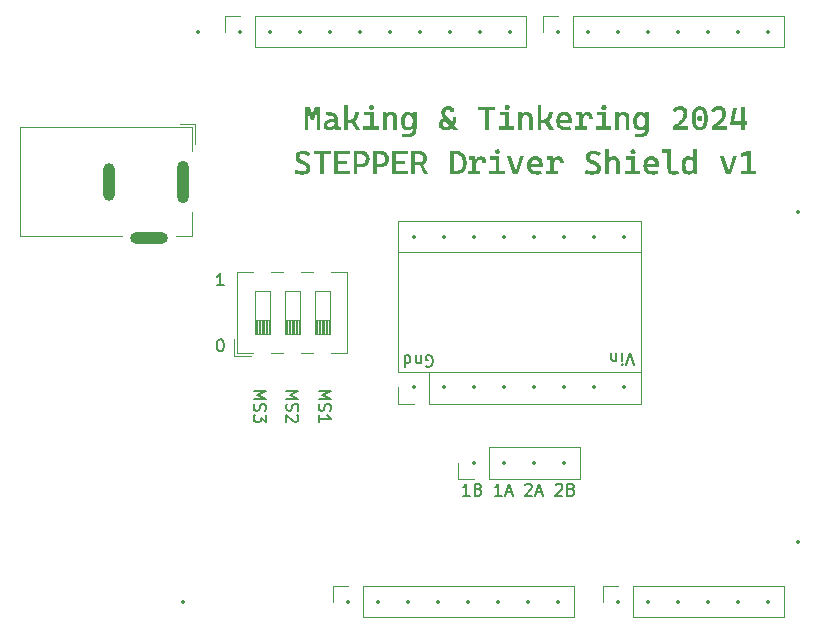
<source format=gto>
%TF.GenerationSoftware,KiCad,Pcbnew,8.0.3*%
%TF.CreationDate,2024-07-23T15:51:25+08:00*%
%TF.ProjectId,Arduino Uno A4988 Shield,41726475-696e-46f2-9055-6e6f20413439,rev?*%
%TF.SameCoordinates,Original*%
%TF.FileFunction,Legend,Top*%
%TF.FilePolarity,Positive*%
%FSLAX46Y46*%
G04 Gerber Fmt 4.6, Leading zero omitted, Abs format (unit mm)*
G04 Created by KiCad (PCBNEW 8.0.3) date 2024-07-23 15:51:25*
%MOMM*%
%LPD*%
G01*
G04 APERTURE LIST*
%ADD10C,0.150000*%
%ADD11C,0.300000*%
%ADD12C,0.120000*%
%ADD13C,0.350000*%
%ADD14O,1.000000X3.600000*%
%ADD15O,1.000000X3.200000*%
%ADD16O,3.200000X1.000000*%
G04 APERTURE END LIST*
D10*
X17037255Y24734431D02*
X17132493Y24734431D01*
X17132493Y24734431D02*
X17227731Y24686812D01*
X17227731Y24686812D02*
X17275350Y24639193D01*
X17275350Y24639193D02*
X17322969Y24543955D01*
X17322969Y24543955D02*
X17370588Y24353479D01*
X17370588Y24353479D02*
X17370588Y24115384D01*
X17370588Y24115384D02*
X17322969Y23924908D01*
X17322969Y23924908D02*
X17275350Y23829670D01*
X17275350Y23829670D02*
X17227731Y23782050D01*
X17227731Y23782050D02*
X17132493Y23734431D01*
X17132493Y23734431D02*
X17037255Y23734431D01*
X17037255Y23734431D02*
X16942017Y23782050D01*
X16942017Y23782050D02*
X16894398Y23829670D01*
X16894398Y23829670D02*
X16846779Y23924908D01*
X16846779Y23924908D02*
X16799160Y24115384D01*
X16799160Y24115384D02*
X16799160Y24353479D01*
X16799160Y24353479D02*
X16846779Y24543955D01*
X16846779Y24543955D02*
X16894398Y24639193D01*
X16894398Y24639193D02*
X16942017Y24686812D01*
X16942017Y24686812D02*
X17037255Y24734431D01*
X19932730Y20364221D02*
X20932730Y20364221D01*
X20932730Y20364221D02*
X20218445Y20030888D01*
X20218445Y20030888D02*
X20932730Y19697555D01*
X20932730Y19697555D02*
X19932730Y19697555D01*
X19980350Y19268983D02*
X19932730Y19126126D01*
X19932730Y19126126D02*
X19932730Y18888031D01*
X19932730Y18888031D02*
X19980350Y18792793D01*
X19980350Y18792793D02*
X20027969Y18745174D01*
X20027969Y18745174D02*
X20123207Y18697555D01*
X20123207Y18697555D02*
X20218445Y18697555D01*
X20218445Y18697555D02*
X20313683Y18745174D01*
X20313683Y18745174D02*
X20361302Y18792793D01*
X20361302Y18792793D02*
X20408921Y18888031D01*
X20408921Y18888031D02*
X20456540Y19078507D01*
X20456540Y19078507D02*
X20504159Y19173745D01*
X20504159Y19173745D02*
X20551778Y19221364D01*
X20551778Y19221364D02*
X20647016Y19268983D01*
X20647016Y19268983D02*
X20742254Y19268983D01*
X20742254Y19268983D02*
X20837492Y19221364D01*
X20837492Y19221364D02*
X20885111Y19173745D01*
X20885111Y19173745D02*
X20932730Y19078507D01*
X20932730Y19078507D02*
X20932730Y18840412D01*
X20932730Y18840412D02*
X20885111Y18697555D01*
X20932730Y18364221D02*
X20932730Y17745174D01*
X20932730Y17745174D02*
X20551778Y18078507D01*
X20551778Y18078507D02*
X20551778Y17935650D01*
X20551778Y17935650D02*
X20504159Y17840412D01*
X20504159Y17840412D02*
X20456540Y17792793D01*
X20456540Y17792793D02*
X20361302Y17745174D01*
X20361302Y17745174D02*
X20123207Y17745174D01*
X20123207Y17745174D02*
X20027969Y17792793D01*
X20027969Y17792793D02*
X19980350Y17840412D01*
X19980350Y17840412D02*
X19932730Y17935650D01*
X19932730Y17935650D02*
X19932730Y18221364D01*
X19932730Y18221364D02*
X19980350Y18316602D01*
X19980350Y18316602D02*
X20027969Y18364221D01*
D11*
G36*
X24006905Y38688137D02*
G01*
X23903717Y38690868D01*
X23804202Y38699062D01*
X23689633Y38716103D01*
X23580354Y38741010D01*
X23476364Y38773783D01*
X23409975Y38800001D01*
X23450031Y39108235D01*
X23542510Y39070660D01*
X23639825Y39036161D01*
X23740260Y39007027D01*
X23757777Y39002722D01*
X23861390Y38982481D01*
X23962666Y38971581D01*
X24028887Y38969505D01*
X24133587Y38975754D01*
X24235802Y38999751D01*
X24322757Y39050495D01*
X24379543Y39138483D01*
X24392320Y39225472D01*
X24372291Y39328037D01*
X24312203Y39410054D01*
X24222816Y39466784D01*
X23884783Y39620168D01*
X23789468Y39668742D01*
X23705753Y39722140D01*
X23625442Y39787978D01*
X23573130Y39843406D01*
X23515427Y39931524D01*
X23479096Y40032236D01*
X23464670Y40133645D01*
X23463709Y40169715D01*
X23471306Y40278631D01*
X23494096Y40376281D01*
X23538747Y40474085D01*
X23603242Y40557173D01*
X23622467Y40575646D01*
X23709875Y40638905D01*
X23799531Y40679430D01*
X23901482Y40706118D01*
X23998654Y40717979D01*
X24068454Y40720238D01*
X24176968Y40715640D01*
X24278295Y40701845D01*
X24382451Y40675732D01*
X24421629Y40662108D01*
X24517848Y40617572D01*
X24604526Y40563459D01*
X24691281Y40496054D01*
X24729864Y40461829D01*
X24515907Y40244941D01*
X24437368Y40305344D01*
X24350173Y40361581D01*
X24283388Y40394906D01*
X24185392Y40426462D01*
X24083748Y40438698D01*
X24069920Y40438870D01*
X23969983Y40428390D01*
X23875537Y40386716D01*
X23861336Y40375367D01*
X23804926Y40290111D01*
X23789111Y40193192D01*
X23789040Y40185346D01*
X23807740Y40087229D01*
X23836912Y40040266D01*
X23915451Y39974435D01*
X23980527Y39939149D01*
X24266291Y39804816D01*
X24357650Y39758367D01*
X24449752Y39701962D01*
X24528726Y39642015D01*
X24601880Y39570343D01*
X24662932Y39481175D01*
X24698545Y39388362D01*
X24715843Y39283647D01*
X24717652Y39233287D01*
X24706546Y39105518D01*
X24673230Y38994784D01*
X24617703Y38901087D01*
X24539965Y38824425D01*
X24440016Y38764799D01*
X24317857Y38722209D01*
X24211661Y38701447D01*
X24092972Y38690267D01*
X24006905Y38688137D01*
G37*
G36*
X25554916Y38719400D02*
G01*
X25554916Y40399791D01*
X24983388Y40399791D01*
X24983388Y40688975D01*
X26443472Y40688975D01*
X26443472Y40399791D01*
X25871943Y40399791D01*
X25871943Y38719400D01*
X25554916Y38719400D01*
G37*
G36*
X26732655Y38719400D02*
G01*
X26732655Y40688975D01*
X28055474Y40688975D01*
X28055474Y40399791D01*
X27049682Y40399791D01*
X27049682Y39852687D01*
X27808301Y39852687D01*
X27808301Y39563504D01*
X27049682Y39563504D01*
X27049682Y39008584D01*
X28055474Y39008584D01*
X28055474Y38719400D01*
X26732655Y38719400D01*
G37*
G36*
X29074200Y40684884D02*
G01*
X29177543Y40672612D01*
X29290000Y40647087D01*
X29389851Y40609781D01*
X29477097Y40560694D01*
X29528259Y40521424D01*
X29603823Y40440738D01*
X29660827Y40344858D01*
X29694916Y40250582D01*
X29715370Y40145143D01*
X29722187Y40028542D01*
X29717465Y39922912D01*
X29703297Y39825534D01*
X29673827Y39719575D01*
X29630757Y39625499D01*
X29574085Y39543308D01*
X29528747Y39495116D01*
X29449887Y39433361D01*
X29358388Y39384382D01*
X29254249Y39348181D01*
X29157811Y39327773D01*
X29052596Y39316238D01*
X28962104Y39313399D01*
X28689040Y39313399D01*
X28689040Y38719400D01*
X28372013Y38719400D01*
X28372013Y39602583D01*
X28689040Y39602583D01*
X28962104Y39602583D01*
X29065258Y39609246D01*
X29174860Y39636315D01*
X29262971Y39684207D01*
X29340337Y39769164D01*
X29381169Y39862866D01*
X29400510Y39977390D01*
X29402229Y40029031D01*
X29391484Y40135842D01*
X29350222Y40240118D01*
X29278014Y40318325D01*
X29174860Y40370464D01*
X29065258Y40393998D01*
X28962104Y40399791D01*
X28689040Y40399791D01*
X28689040Y39602583D01*
X28372013Y39602583D01*
X28372013Y40688975D01*
X28962104Y40688975D01*
X29074200Y40684884D01*
G37*
G36*
X30713558Y40684884D02*
G01*
X30816901Y40672612D01*
X30929358Y40647087D01*
X31029209Y40609781D01*
X31116455Y40560694D01*
X31167617Y40521424D01*
X31243181Y40440738D01*
X31300185Y40344858D01*
X31334274Y40250582D01*
X31354728Y40145143D01*
X31361545Y40028542D01*
X31356823Y39922912D01*
X31342655Y39825534D01*
X31313185Y39719575D01*
X31270115Y39625499D01*
X31213443Y39543308D01*
X31168105Y39495116D01*
X31089245Y39433361D01*
X30997746Y39384382D01*
X30893607Y39348181D01*
X30797169Y39327773D01*
X30691954Y39316238D01*
X30601462Y39313399D01*
X30328398Y39313399D01*
X30328398Y38719400D01*
X30011371Y38719400D01*
X30011371Y39602583D01*
X30328398Y39602583D01*
X30601462Y39602583D01*
X30704616Y39609246D01*
X30814218Y39636315D01*
X30902329Y39684207D01*
X30979695Y39769164D01*
X31020527Y39862866D01*
X31039868Y39977390D01*
X31041587Y40029031D01*
X31030842Y40135842D01*
X30989580Y40240118D01*
X30917372Y40318325D01*
X30814218Y40370464D01*
X30704616Y40393998D01*
X30601462Y40399791D01*
X30328398Y40399791D01*
X30328398Y39602583D01*
X30011371Y39602583D01*
X30011371Y40688975D01*
X30601462Y40688975D01*
X30713558Y40684884D01*
G37*
G36*
X31650729Y38719400D02*
G01*
X31650729Y40688975D01*
X32973548Y40688975D01*
X32973548Y40399791D01*
X31967756Y40399791D01*
X31967756Y39852687D01*
X32726375Y39852687D01*
X32726375Y39563504D01*
X31967756Y39563504D01*
X31967756Y39008584D01*
X32973548Y39008584D01*
X32973548Y38719400D01*
X31650729Y38719400D01*
G37*
G36*
X34059958Y40683445D02*
G01*
X34161492Y40666856D01*
X34267490Y40633523D01*
X34360071Y40585137D01*
X34428747Y40531682D01*
X34495175Y40456603D01*
X34545287Y40368994D01*
X34579084Y40268856D01*
X34596565Y40156190D01*
X34599229Y40086183D01*
X34593733Y39983846D01*
X34574413Y39878642D01*
X34541183Y39783948D01*
X34511301Y39726658D01*
X34450546Y39643272D01*
X34377578Y39576296D01*
X34292399Y39525730D01*
X34273897Y39517586D01*
X34680317Y38719400D01*
X34315418Y38719400D01*
X33962243Y39469715D01*
X33948566Y39469715D01*
X33579759Y39469715D01*
X33579759Y38719400D01*
X33262732Y38719400D01*
X33262732Y39758898D01*
X33579759Y39758898D01*
X33948566Y39758898D01*
X34048335Y39768364D01*
X34144662Y39803961D01*
X34192320Y39839010D01*
X34251759Y39922064D01*
X34277148Y40021622D01*
X34279271Y40065667D01*
X34268996Y40167881D01*
X34230361Y40265610D01*
X34192320Y40313329D01*
X34110380Y40369310D01*
X34013992Y40395654D01*
X33948566Y40399791D01*
X33579759Y40399791D01*
X33579759Y39758898D01*
X33262732Y39758898D01*
X33262732Y40688975D01*
X33948566Y40688975D01*
X34059958Y40683445D01*
G37*
G36*
X37139469Y40685021D02*
G01*
X37242394Y40673160D01*
X37338221Y40653392D01*
X37468653Y40608913D01*
X37583113Y40546642D01*
X37681602Y40466580D01*
X37764120Y40368727D01*
X37830666Y40253081D01*
X37881242Y40119645D01*
X37906086Y40020803D01*
X37923832Y39914053D01*
X37934479Y39799397D01*
X37938028Y39676832D01*
X37934479Y39560893D01*
X37923832Y39452434D01*
X37906086Y39351455D01*
X37866158Y39214011D01*
X37810259Y39093397D01*
X37738388Y38989613D01*
X37650547Y38902659D01*
X37546734Y38832535D01*
X37426950Y38779240D01*
X37291195Y38742775D01*
X37191819Y38727815D01*
X37085344Y38720335D01*
X37029445Y38719400D01*
X36541448Y38719400D01*
X36541448Y39008584D01*
X36858475Y39008584D01*
X37029445Y39008584D01*
X37134726Y39014457D01*
X37258992Y39040561D01*
X37364849Y39087547D01*
X37452295Y39155416D01*
X37521332Y39244168D01*
X37571959Y39353802D01*
X37597848Y39449732D01*
X37613381Y39557409D01*
X37618559Y39676832D01*
X37613381Y39806033D01*
X37597848Y39922525D01*
X37571959Y40026310D01*
X37535715Y40117385D01*
X37471280Y40219052D01*
X37388436Y40298125D01*
X37287182Y40354606D01*
X37167519Y40388495D01*
X37065689Y40399085D01*
X37029445Y40399791D01*
X36858475Y40399791D01*
X36858475Y39008584D01*
X36541448Y39008584D01*
X36541448Y40688975D01*
X37029445Y40688975D01*
X37139469Y40685021D01*
G37*
G36*
X38745007Y39368110D02*
G01*
X38745007Y39008584D01*
X39102090Y39008584D01*
X39102090Y38719400D01*
X38098252Y38719400D01*
X38098252Y39008584D01*
X38422606Y39008584D01*
X38422606Y39930845D01*
X38153451Y39930845D01*
X38153451Y40220029D01*
X38688342Y40220029D01*
X38737679Y39846337D01*
X38742076Y39846337D01*
X38758806Y39962999D01*
X38793424Y40059887D01*
X38858580Y40150053D01*
X38949495Y40211745D01*
X39044936Y40241405D01*
X39158266Y40251292D01*
X39266801Y40242804D01*
X39369854Y40212966D01*
X39460701Y40154614D01*
X39496786Y40115493D01*
X39547791Y40025586D01*
X39579115Y39922508D01*
X39595705Y39814433D01*
X39601887Y39708513D01*
X39602299Y39670482D01*
X39282341Y39670482D01*
X39277146Y39774885D01*
X39255508Y39871696D01*
X39238377Y39904955D01*
X39158175Y39962247D01*
X39097693Y39969924D01*
X38996066Y39954802D01*
X38904110Y39903236D01*
X38838546Y39824601D01*
X38832934Y39815074D01*
X38790430Y39717310D01*
X38764327Y39612049D01*
X38750502Y39505771D01*
X38745350Y39404145D01*
X38745007Y39368110D01*
G37*
G36*
X39847519Y38719400D02*
G01*
X39847519Y39008584D01*
X40402439Y39008584D01*
X40402439Y39930845D01*
X39930073Y39930845D01*
X39930073Y40220029D01*
X40725328Y40220029D01*
X40725328Y39008584D01*
X41172781Y39008584D01*
X41172781Y38719400D01*
X39847519Y38719400D01*
G37*
G36*
X40554358Y40407607D02*
G01*
X40456171Y40430167D01*
X40399508Y40471599D01*
X40345669Y40557296D01*
X40335028Y40626449D01*
X40357759Y40725107D01*
X40399508Y40781299D01*
X40485205Y40834729D01*
X40554358Y40845290D01*
X40653016Y40822731D01*
X40709208Y40781299D01*
X40762638Y40696073D01*
X40773199Y40626449D01*
X40750640Y40528262D01*
X40709208Y40471599D01*
X40623982Y40418168D01*
X40554358Y40407607D01*
G37*
G36*
X41902090Y38719400D02*
G01*
X41370617Y40220029D01*
X41714511Y40220029D01*
X42105788Y39011026D01*
X42108231Y39011026D01*
X42499508Y40220029D01*
X42843402Y40220029D01*
X42311929Y38719400D01*
X41902090Y38719400D01*
G37*
G36*
X43860400Y40244680D02*
G01*
X43959233Y40224845D01*
X44062426Y40184991D01*
X44152576Y40127138D01*
X44219466Y40063225D01*
X44284181Y39973141D01*
X44327000Y39883165D01*
X44358141Y39781407D01*
X44377604Y39667868D01*
X44384902Y39564254D01*
X44385551Y39520517D01*
X44383231Y39417202D01*
X44376270Y39313399D01*
X43397833Y39313399D01*
X43432099Y39214003D01*
X43489222Y39130076D01*
X43560987Y39067202D01*
X43650498Y39019804D01*
X43745252Y38992155D01*
X43853453Y38978725D01*
X43905858Y38977321D01*
X44005652Y38980567D01*
X44082201Y38987579D01*
X44180482Y39001511D01*
X44276130Y39018842D01*
X44316186Y38729659D01*
X44212894Y38711730D01*
X44112623Y38698973D01*
X44063639Y38694976D01*
X43961912Y38689847D01*
X43872641Y38688137D01*
X43758510Y38693099D01*
X43652727Y38707982D01*
X43555292Y38732788D01*
X43449390Y38775653D01*
X43355509Y38832806D01*
X43286458Y38891347D01*
X43216071Y38973699D01*
X43160246Y39068347D01*
X43118984Y39175291D01*
X43095724Y39273804D01*
X43082577Y39380856D01*
X43079340Y39472645D01*
X43083158Y39571320D01*
X43384155Y39571320D01*
X44090506Y39571320D01*
X44081776Y39677565D01*
X44052007Y39776804D01*
X44001113Y39857572D01*
X43924749Y39921274D01*
X43829013Y39955575D01*
X43754428Y39962108D01*
X43650723Y39949640D01*
X43555365Y39907600D01*
X43496019Y39856595D01*
X43439604Y39775281D01*
X43402006Y39676420D01*
X43384155Y39571320D01*
X43083158Y39571320D01*
X43083634Y39583621D01*
X43096514Y39686654D01*
X43123304Y39799809D01*
X43162459Y39901526D01*
X43213979Y39991807D01*
X43255195Y40045639D01*
X43326390Y40115529D01*
X43407717Y40170959D01*
X43499177Y40211928D01*
X43600768Y40238438D01*
X43712492Y40250488D01*
X43751985Y40251292D01*
X43860400Y40244680D01*
G37*
G36*
X45302439Y39368110D02*
G01*
X45302439Y39008584D01*
X45659522Y39008584D01*
X45659522Y38719400D01*
X44655684Y38719400D01*
X44655684Y39008584D01*
X44980038Y39008584D01*
X44980038Y39930845D01*
X44710883Y39930845D01*
X44710883Y40220029D01*
X45245774Y40220029D01*
X45295111Y39846337D01*
X45299508Y39846337D01*
X45316237Y39962999D01*
X45350856Y40059887D01*
X45416012Y40150053D01*
X45506927Y40211745D01*
X45602368Y40241405D01*
X45715698Y40251292D01*
X45824233Y40242804D01*
X45927286Y40212966D01*
X46018133Y40154614D01*
X46054218Y40115493D01*
X46105223Y40025586D01*
X46136547Y39922508D01*
X46153137Y39814433D01*
X46159319Y39708513D01*
X46159731Y39670482D01*
X45839773Y39670482D01*
X45834578Y39774885D01*
X45812940Y39871696D01*
X45795809Y39904955D01*
X45715607Y39962247D01*
X45655125Y39969924D01*
X45553497Y39954802D01*
X45461542Y39903236D01*
X45395978Y39824601D01*
X45390366Y39815074D01*
X45347862Y39717310D01*
X45321759Y39612049D01*
X45307934Y39505771D01*
X45302782Y39404145D01*
X45302439Y39368110D01*
G37*
G36*
X48597275Y38688137D02*
G01*
X48494087Y38690868D01*
X48394572Y38699062D01*
X48280003Y38716103D01*
X48170724Y38741010D01*
X48066733Y38773783D01*
X48000345Y38800001D01*
X48040401Y39108235D01*
X48132879Y39070660D01*
X48230195Y39036161D01*
X48330630Y39007027D01*
X48348147Y39002722D01*
X48451759Y38982481D01*
X48553036Y38971581D01*
X48619257Y38969505D01*
X48723957Y38975754D01*
X48826172Y38999751D01*
X48913127Y39050495D01*
X48969913Y39138483D01*
X48982690Y39225472D01*
X48962661Y39328037D01*
X48902573Y39410054D01*
X48813185Y39466784D01*
X48475153Y39620168D01*
X48379838Y39668742D01*
X48296123Y39722140D01*
X48215812Y39787978D01*
X48163499Y39843406D01*
X48105797Y39931524D01*
X48069466Y40032236D01*
X48055040Y40133645D01*
X48054079Y40169715D01*
X48061675Y40278631D01*
X48084466Y40376281D01*
X48129117Y40474085D01*
X48193612Y40557173D01*
X48212836Y40575646D01*
X48300245Y40638905D01*
X48389901Y40679430D01*
X48491851Y40706118D01*
X48589024Y40717979D01*
X48658824Y40720238D01*
X48767338Y40715640D01*
X48868665Y40701845D01*
X48972821Y40675732D01*
X49011999Y40662108D01*
X49108217Y40617572D01*
X49194895Y40563459D01*
X49281651Y40496054D01*
X49320234Y40461829D01*
X49106277Y40244941D01*
X49027737Y40305344D01*
X48940543Y40361581D01*
X48873758Y40394906D01*
X48775762Y40426462D01*
X48674118Y40438698D01*
X48660289Y40438870D01*
X48560353Y40428390D01*
X48465907Y40386716D01*
X48451706Y40375367D01*
X48395295Y40290111D01*
X48379481Y40193192D01*
X48379410Y40185346D01*
X48398110Y40087229D01*
X48427282Y40040266D01*
X48505821Y39974435D01*
X48570896Y39939149D01*
X48856661Y39804816D01*
X48948019Y39758367D01*
X49040122Y39701962D01*
X49119096Y39642015D01*
X49192250Y39570343D01*
X49253301Y39481175D01*
X49288915Y39388362D01*
X49306212Y39283647D01*
X49308021Y39233287D01*
X49296916Y39105518D01*
X49263600Y38994784D01*
X49208073Y38901087D01*
X49130335Y38824425D01*
X49030386Y38764799D01*
X48908226Y38722209D01*
X48802031Y38701447D01*
X48683342Y38690267D01*
X48597275Y38688137D01*
G37*
G36*
X50590296Y38719400D02*
G01*
X50590296Y39693929D01*
X50579655Y39792595D01*
X50537340Y39885255D01*
X50525816Y39899093D01*
X50442936Y39954361D01*
X50345077Y39969924D01*
X50233685Y39955618D01*
X50145339Y39912702D01*
X50071398Y39826473D01*
X50032987Y39721567D01*
X50018583Y39612289D01*
X50017303Y39563015D01*
X50017303Y38719400D01*
X49694902Y38719400D01*
X49694902Y40814027D01*
X50017303Y40814027D01*
X50017303Y39959666D01*
X50014860Y39959666D01*
X50036481Y40058773D01*
X50092745Y40148482D01*
X50182434Y40210282D01*
X50285914Y40241039D01*
X50390908Y40251007D01*
X50413953Y40251292D01*
X50512722Y40244279D01*
X50613121Y40219092D01*
X50710159Y40168860D01*
X50782271Y40104746D01*
X50839546Y40024115D01*
X50880457Y39928769D01*
X50902830Y39833270D01*
X50912674Y39726503D01*
X50913185Y39693929D01*
X50913185Y38719400D01*
X50590296Y38719400D01*
G37*
G36*
X51323025Y38719400D02*
G01*
X51323025Y39008584D01*
X51877945Y39008584D01*
X51877945Y39930845D01*
X51405579Y39930845D01*
X51405579Y40220029D01*
X52200834Y40220029D01*
X52200834Y39008584D01*
X52648287Y39008584D01*
X52648287Y38719400D01*
X51323025Y38719400D01*
G37*
G36*
X52029864Y40407607D02*
G01*
X51931677Y40430167D01*
X51875014Y40471599D01*
X51821175Y40557296D01*
X51810534Y40626449D01*
X51833265Y40725107D01*
X51875014Y40781299D01*
X51960711Y40834729D01*
X52029864Y40845290D01*
X52128522Y40822731D01*
X52184714Y40781299D01*
X52238144Y40696073D01*
X52248705Y40626449D01*
X52226146Y40528262D01*
X52184714Y40471599D01*
X52099488Y40418168D01*
X52029864Y40407607D01*
G37*
G36*
X53696548Y40244680D02*
G01*
X53795381Y40224845D01*
X53898574Y40184991D01*
X53988724Y40127138D01*
X54055614Y40063225D01*
X54120329Y39973141D01*
X54163148Y39883165D01*
X54194288Y39781407D01*
X54213752Y39667868D01*
X54221050Y39564254D01*
X54221699Y39520517D01*
X54219379Y39417202D01*
X54212418Y39313399D01*
X53233981Y39313399D01*
X53268246Y39214003D01*
X53325370Y39130076D01*
X53397135Y39067202D01*
X53486646Y39019804D01*
X53581400Y38992155D01*
X53689601Y38978725D01*
X53742006Y38977321D01*
X53841800Y38980567D01*
X53918349Y38987579D01*
X54016630Y39001511D01*
X54112278Y39018842D01*
X54152334Y38729659D01*
X54049042Y38711730D01*
X53948771Y38698973D01*
X53899787Y38694976D01*
X53798060Y38689847D01*
X53708789Y38688137D01*
X53594658Y38693099D01*
X53488875Y38707982D01*
X53391440Y38732788D01*
X53285538Y38775653D01*
X53191657Y38832806D01*
X53122606Y38891347D01*
X53052218Y38973699D01*
X52996394Y39068347D01*
X52955132Y39175291D01*
X52931872Y39273804D01*
X52918724Y39380856D01*
X52915488Y39472645D01*
X52919306Y39571320D01*
X53220303Y39571320D01*
X53926654Y39571320D01*
X53917924Y39677565D01*
X53888155Y39776804D01*
X53837261Y39857572D01*
X53760897Y39921274D01*
X53665161Y39955575D01*
X53590575Y39962108D01*
X53486871Y39949640D01*
X53391513Y39907600D01*
X53332167Y39856595D01*
X53275752Y39775281D01*
X53238154Y39676420D01*
X53220303Y39571320D01*
X52919306Y39571320D01*
X52919782Y39583621D01*
X52932662Y39686654D01*
X52959452Y39799809D01*
X52998607Y39901526D01*
X53050127Y39991807D01*
X53091343Y40045639D01*
X53162538Y40115529D01*
X53243865Y40170959D01*
X53335325Y40211928D01*
X53436916Y40238438D01*
X53548640Y40250488D01*
X53588133Y40251292D01*
X53696548Y40244680D01*
G37*
G36*
X55439005Y38688137D02*
G01*
X55331969Y38694963D01*
X55226471Y38719479D01*
X55129244Y38768371D01*
X55061894Y38830775D01*
X55005459Y38924344D01*
X54970799Y39029445D01*
X54952443Y39138338D01*
X54945602Y39244252D01*
X54945146Y39282136D01*
X54945146Y40524844D01*
X54516744Y40524844D01*
X54516744Y40814027D01*
X55267547Y40814027D01*
X55267547Y39292883D01*
X55272676Y39190545D01*
X55288063Y39110189D01*
X55341003Y39027482D01*
X55368175Y39009073D01*
X55466712Y38981786D01*
X55548915Y38977321D01*
X55652870Y38986673D01*
X55751159Y39006594D01*
X55853241Y39033985D01*
X55890366Y38749198D01*
X55791992Y38725434D01*
X55694165Y38707055D01*
X55661266Y38702304D01*
X55561096Y38692135D01*
X55461212Y38688262D01*
X55439005Y38688137D01*
G37*
G36*
X57470617Y38720377D02*
G01*
X57179480Y38702792D01*
X57150659Y38983183D01*
X57150171Y38983183D01*
X57123976Y38885429D01*
X57066823Y38803315D01*
X57030003Y38770691D01*
X56940496Y38720385D01*
X56842154Y38694668D01*
X56750101Y38688137D01*
X56644989Y38695024D01*
X56534947Y38720466D01*
X56438462Y38764654D01*
X56355535Y38827589D01*
X56304602Y38884020D01*
X56245597Y38978321D01*
X56206557Y39072843D01*
X56178163Y39180004D01*
X56162636Y39278961D01*
X56154502Y39386695D01*
X56153171Y39455548D01*
X56473130Y39455548D01*
X56478465Y39341632D01*
X56494470Y39242905D01*
X56529482Y39140854D01*
X56593505Y39049721D01*
X56681535Y38992763D01*
X56793574Y38969980D01*
X56814581Y38969505D01*
X56927799Y38985322D01*
X57017593Y39032772D01*
X57083962Y39111855D01*
X57126907Y39222571D01*
X57144800Y39338999D01*
X57147728Y39419400D01*
X57147728Y39520029D01*
X57142523Y39625473D01*
X57121376Y39737507D01*
X57074527Y39842951D01*
X57004254Y39916762D01*
X56910556Y39958940D01*
X56814581Y39969924D01*
X56716214Y39957366D01*
X56620180Y39909143D01*
X56548156Y39824753D01*
X56506474Y39726801D01*
X56485134Y39630356D01*
X56474463Y39517836D01*
X56473130Y39455548D01*
X56153171Y39455548D01*
X56156868Y39572797D01*
X56167960Y39680910D01*
X56186445Y39779888D01*
X56218387Y39886603D01*
X56260977Y39980163D01*
X56304602Y40048082D01*
X56377845Y40127262D01*
X56464646Y40186995D01*
X56565004Y40227280D01*
X56661816Y40246330D01*
X56750101Y40251292D01*
X56849420Y40243421D01*
X56944786Y40216580D01*
X57025607Y40170691D01*
X57097693Y40096981D01*
X57140111Y40006824D01*
X57147728Y39969294D01*
X57147728Y40814027D01*
X57470617Y40814027D01*
X57470617Y38720377D01*
G37*
G36*
X59935028Y38719400D02*
G01*
X59403555Y40220029D01*
X59747449Y40220029D01*
X60138726Y39011026D01*
X60141169Y39011026D01*
X60532446Y40220029D01*
X60876340Y40220029D01*
X60344867Y38719400D01*
X59935028Y38719400D01*
G37*
G36*
X61172850Y38719400D02*
G01*
X61172850Y39008584D01*
X61661825Y39008584D01*
X61661825Y40369994D01*
X61200206Y40211236D01*
X61200206Y40520447D01*
X61674525Y40688975D01*
X61978852Y40688975D01*
X61978852Y39008584D01*
X62416047Y39008584D01*
X62416047Y38719400D01*
X61172850Y38719400D01*
G37*
D10*
X25419130Y20364221D02*
X26419130Y20364221D01*
X26419130Y20364221D02*
X25704845Y20030888D01*
X25704845Y20030888D02*
X26419130Y19697555D01*
X26419130Y19697555D02*
X25419130Y19697555D01*
X25466750Y19268983D02*
X25419130Y19126126D01*
X25419130Y19126126D02*
X25419130Y18888031D01*
X25419130Y18888031D02*
X25466750Y18792793D01*
X25466750Y18792793D02*
X25514369Y18745174D01*
X25514369Y18745174D02*
X25609607Y18697555D01*
X25609607Y18697555D02*
X25704845Y18697555D01*
X25704845Y18697555D02*
X25800083Y18745174D01*
X25800083Y18745174D02*
X25847702Y18792793D01*
X25847702Y18792793D02*
X25895321Y18888031D01*
X25895321Y18888031D02*
X25942940Y19078507D01*
X25942940Y19078507D02*
X25990559Y19173745D01*
X25990559Y19173745D02*
X26038178Y19221364D01*
X26038178Y19221364D02*
X26133416Y19268983D01*
X26133416Y19268983D02*
X26228654Y19268983D01*
X26228654Y19268983D02*
X26323892Y19221364D01*
X26323892Y19221364D02*
X26371511Y19173745D01*
X26371511Y19173745D02*
X26419130Y19078507D01*
X26419130Y19078507D02*
X26419130Y18840412D01*
X26419130Y18840412D02*
X26371511Y18697555D01*
X25419130Y17745174D02*
X25419130Y18316602D01*
X25419130Y18030888D02*
X26419130Y18030888D01*
X26419130Y18030888D02*
X26276273Y18126126D01*
X26276273Y18126126D02*
X26181035Y18221364D01*
X26181035Y18221364D02*
X26133416Y18316602D01*
X52104677Y22593420D02*
X51771344Y23593420D01*
X51771344Y23593420D02*
X51438011Y22593420D01*
X51104677Y23593420D02*
X51104677Y22926753D01*
X51104677Y22593420D02*
X51152296Y22641039D01*
X51152296Y22641039D02*
X51104677Y22688658D01*
X51104677Y22688658D02*
X51057058Y22641039D01*
X51057058Y22641039D02*
X51104677Y22593420D01*
X51104677Y22593420D02*
X51104677Y22688658D01*
X50628487Y22926753D02*
X50628487Y23593420D01*
X50628487Y23021991D02*
X50580868Y22974372D01*
X50580868Y22974372D02*
X50485630Y22926753D01*
X50485630Y22926753D02*
X50342773Y22926753D01*
X50342773Y22926753D02*
X50247535Y22974372D01*
X50247535Y22974372D02*
X50199916Y23069610D01*
X50199916Y23069610D02*
X50199916Y23593420D01*
X22675930Y20364221D02*
X23675930Y20364221D01*
X23675930Y20364221D02*
X22961645Y20030888D01*
X22961645Y20030888D02*
X23675930Y19697555D01*
X23675930Y19697555D02*
X22675930Y19697555D01*
X22723550Y19268983D02*
X22675930Y19126126D01*
X22675930Y19126126D02*
X22675930Y18888031D01*
X22675930Y18888031D02*
X22723550Y18792793D01*
X22723550Y18792793D02*
X22771169Y18745174D01*
X22771169Y18745174D02*
X22866407Y18697555D01*
X22866407Y18697555D02*
X22961645Y18697555D01*
X22961645Y18697555D02*
X23056883Y18745174D01*
X23056883Y18745174D02*
X23104502Y18792793D01*
X23104502Y18792793D02*
X23152121Y18888031D01*
X23152121Y18888031D02*
X23199740Y19078507D01*
X23199740Y19078507D02*
X23247359Y19173745D01*
X23247359Y19173745D02*
X23294978Y19221364D01*
X23294978Y19221364D02*
X23390216Y19268983D01*
X23390216Y19268983D02*
X23485454Y19268983D01*
X23485454Y19268983D02*
X23580692Y19221364D01*
X23580692Y19221364D02*
X23628311Y19173745D01*
X23628311Y19173745D02*
X23675930Y19078507D01*
X23675930Y19078507D02*
X23675930Y18840412D01*
X23675930Y18840412D02*
X23628311Y18697555D01*
X23580692Y18316602D02*
X23628311Y18268983D01*
X23628311Y18268983D02*
X23675930Y18173745D01*
X23675930Y18173745D02*
X23675930Y17935650D01*
X23675930Y17935650D02*
X23628311Y17840412D01*
X23628311Y17840412D02*
X23580692Y17792793D01*
X23580692Y17792793D02*
X23485454Y17745174D01*
X23485454Y17745174D02*
X23390216Y17745174D01*
X23390216Y17745174D02*
X23247359Y17792793D01*
X23247359Y17792793D02*
X22675930Y18364221D01*
X22675930Y18364221D02*
X22675930Y17745174D01*
X17370588Y29322431D02*
X16799160Y29322431D01*
X17084874Y29322431D02*
X17084874Y30322431D01*
X17084874Y30322431D02*
X16989636Y30179574D01*
X16989636Y30179574D02*
X16894398Y30084336D01*
X16894398Y30084336D02*
X16799160Y30036717D01*
X38198026Y11509381D02*
X37626598Y11509381D01*
X37912312Y11509381D02*
X37912312Y12509381D01*
X37912312Y12509381D02*
X37817074Y12366524D01*
X37817074Y12366524D02*
X37721836Y12271286D01*
X37721836Y12271286D02*
X37626598Y12223667D01*
X38959931Y12033191D02*
X39102788Y11985572D01*
X39102788Y11985572D02*
X39150407Y11937953D01*
X39150407Y11937953D02*
X39198026Y11842715D01*
X39198026Y11842715D02*
X39198026Y11699858D01*
X39198026Y11699858D02*
X39150407Y11604620D01*
X39150407Y11604620D02*
X39102788Y11557000D01*
X39102788Y11557000D02*
X39007550Y11509381D01*
X39007550Y11509381D02*
X38626598Y11509381D01*
X38626598Y11509381D02*
X38626598Y12509381D01*
X38626598Y12509381D02*
X38959931Y12509381D01*
X38959931Y12509381D02*
X39055169Y12461762D01*
X39055169Y12461762D02*
X39102788Y12414143D01*
X39102788Y12414143D02*
X39150407Y12318905D01*
X39150407Y12318905D02*
X39150407Y12223667D01*
X39150407Y12223667D02*
X39102788Y12128429D01*
X39102788Y12128429D02*
X39055169Y12080810D01*
X39055169Y12080810D02*
X38959931Y12033191D01*
X38959931Y12033191D02*
X38626598Y12033191D01*
X40912312Y11509381D02*
X40340884Y11509381D01*
X40626598Y11509381D02*
X40626598Y12509381D01*
X40626598Y12509381D02*
X40531360Y12366524D01*
X40531360Y12366524D02*
X40436122Y12271286D01*
X40436122Y12271286D02*
X40340884Y12223667D01*
X41293265Y11795096D02*
X41769455Y11795096D01*
X41198027Y11509381D02*
X41531360Y12509381D01*
X41531360Y12509381D02*
X41864693Y11509381D01*
X42912313Y12414143D02*
X42959932Y12461762D01*
X42959932Y12461762D02*
X43055170Y12509381D01*
X43055170Y12509381D02*
X43293265Y12509381D01*
X43293265Y12509381D02*
X43388503Y12461762D01*
X43388503Y12461762D02*
X43436122Y12414143D01*
X43436122Y12414143D02*
X43483741Y12318905D01*
X43483741Y12318905D02*
X43483741Y12223667D01*
X43483741Y12223667D02*
X43436122Y12080810D01*
X43436122Y12080810D02*
X42864694Y11509381D01*
X42864694Y11509381D02*
X43483741Y11509381D01*
X43864694Y11795096D02*
X44340884Y11795096D01*
X43769456Y11509381D02*
X44102789Y12509381D01*
X44102789Y12509381D02*
X44436122Y11509381D01*
X45483742Y12414143D02*
X45531361Y12461762D01*
X45531361Y12461762D02*
X45626599Y12509381D01*
X45626599Y12509381D02*
X45864694Y12509381D01*
X45864694Y12509381D02*
X45959932Y12461762D01*
X45959932Y12461762D02*
X46007551Y12414143D01*
X46007551Y12414143D02*
X46055170Y12318905D01*
X46055170Y12318905D02*
X46055170Y12223667D01*
X46055170Y12223667D02*
X46007551Y12080810D01*
X46007551Y12080810D02*
X45436123Y11509381D01*
X45436123Y11509381D02*
X46055170Y11509381D01*
X46817075Y12033191D02*
X46959932Y11985572D01*
X46959932Y11985572D02*
X47007551Y11937953D01*
X47007551Y11937953D02*
X47055170Y11842715D01*
X47055170Y11842715D02*
X47055170Y11699858D01*
X47055170Y11699858D02*
X47007551Y11604620D01*
X47007551Y11604620D02*
X46959932Y11557000D01*
X46959932Y11557000D02*
X46864694Y11509381D01*
X46864694Y11509381D02*
X46483742Y11509381D01*
X46483742Y11509381D02*
X46483742Y12509381D01*
X46483742Y12509381D02*
X46817075Y12509381D01*
X46817075Y12509381D02*
X46912313Y12461762D01*
X46912313Y12461762D02*
X46959932Y12414143D01*
X46959932Y12414143D02*
X47007551Y12318905D01*
X47007551Y12318905D02*
X47007551Y12223667D01*
X47007551Y12223667D02*
X46959932Y12128429D01*
X46959932Y12128429D02*
X46912313Y12080810D01*
X46912313Y12080810D02*
X46817075Y12033191D01*
X46817075Y12033191D02*
X46483742Y12033191D01*
X34521611Y22463239D02*
X34616849Y22415620D01*
X34616849Y22415620D02*
X34759706Y22415620D01*
X34759706Y22415620D02*
X34902563Y22463239D01*
X34902563Y22463239D02*
X34997801Y22558477D01*
X34997801Y22558477D02*
X35045420Y22653715D01*
X35045420Y22653715D02*
X35093039Y22844191D01*
X35093039Y22844191D02*
X35093039Y22987048D01*
X35093039Y22987048D02*
X35045420Y23177524D01*
X35045420Y23177524D02*
X34997801Y23272762D01*
X34997801Y23272762D02*
X34902563Y23368000D01*
X34902563Y23368000D02*
X34759706Y23415620D01*
X34759706Y23415620D02*
X34664468Y23415620D01*
X34664468Y23415620D02*
X34521611Y23368000D01*
X34521611Y23368000D02*
X34473992Y23320381D01*
X34473992Y23320381D02*
X34473992Y22987048D01*
X34473992Y22987048D02*
X34664468Y22987048D01*
X34045420Y22748953D02*
X34045420Y23415620D01*
X34045420Y22844191D02*
X33997801Y22796572D01*
X33997801Y22796572D02*
X33902563Y22748953D01*
X33902563Y22748953D02*
X33759706Y22748953D01*
X33759706Y22748953D02*
X33664468Y22796572D01*
X33664468Y22796572D02*
X33616849Y22891810D01*
X33616849Y22891810D02*
X33616849Y23415620D01*
X32712087Y23415620D02*
X32712087Y22415620D01*
X32712087Y23368000D02*
X32807325Y23415620D01*
X32807325Y23415620D02*
X32997801Y23415620D01*
X32997801Y23415620D02*
X33093039Y23368000D01*
X33093039Y23368000D02*
X33140658Y23320381D01*
X33140658Y23320381D02*
X33188277Y23225143D01*
X33188277Y23225143D02*
X33188277Y22939429D01*
X33188277Y22939429D02*
X33140658Y22844191D01*
X33140658Y22844191D02*
X33093039Y22796572D01*
X33093039Y22796572D02*
X32997801Y22748953D01*
X32997801Y22748953D02*
X32807325Y22748953D01*
X32807325Y22748953D02*
X32712087Y22796572D01*
D11*
G36*
X24229654Y42478600D02*
G01*
X24229654Y44448175D01*
X24683458Y44448175D01*
X24894972Y43609933D01*
X24892529Y43609933D01*
X25104044Y44448175D01*
X25557847Y44448175D01*
X25557847Y42478600D01*
X25252055Y42478600D01*
X25252055Y44083276D01*
X25243751Y44083276D01*
X25032236Y43275321D01*
X24755265Y43275321D01*
X24543751Y44083276D01*
X24535935Y44083276D01*
X24535935Y42478600D01*
X24229654Y42478600D01*
G37*
G36*
X26340890Y43975321D02*
G01*
X26450975Y43969863D01*
X26551950Y43957155D01*
X26661092Y43932334D01*
X26757114Y43897071D01*
X26852556Y43842735D01*
X26887993Y43815097D01*
X26958228Y43740786D01*
X27011212Y43652916D01*
X27046946Y43551490D01*
X27063844Y43453762D01*
X27068245Y43364714D01*
X27068245Y42771692D01*
X27315418Y42741406D01*
X27315418Y42479089D01*
X26817652Y42462480D01*
X26803974Y42786346D01*
X26779605Y42684284D01*
X26727992Y42599077D01*
X26657428Y42536242D01*
X26568327Y42489359D01*
X26464057Y42459840D01*
X26357243Y42448119D01*
X26318908Y42447337D01*
X26208418Y42454390D01*
X26110935Y42475547D01*
X26016812Y42516210D01*
X25954986Y42560178D01*
X25886464Y42640072D01*
X25843321Y42738093D01*
X25826191Y42841812D01*
X25825049Y42879647D01*
X25826272Y42893813D01*
X26131329Y42893813D01*
X26157205Y42797162D01*
X26191413Y42759968D01*
X26281705Y42720813D01*
X26365314Y42713074D01*
X26465536Y42720329D01*
X26562944Y42746733D01*
X26585621Y42757037D01*
X26670320Y42813915D01*
X26716535Y42868412D01*
X26755324Y42962718D01*
X26759522Y43006654D01*
X26759522Y43092627D01*
X26659852Y43101607D01*
X26634469Y43102397D01*
X26534648Y43103746D01*
X26494763Y43103862D01*
X26390062Y43098734D01*
X26287847Y43079042D01*
X26191310Y43029812D01*
X26137008Y42943044D01*
X26131329Y42893813D01*
X25826272Y42893813D01*
X25833557Y42978182D01*
X25864118Y43077742D01*
X25916905Y43163379D01*
X25991918Y43235095D01*
X26002857Y43243081D01*
X26087427Y43292378D01*
X26185555Y43329567D01*
X26297240Y43354649D01*
X26403760Y43366510D01*
X26500136Y43369598D01*
X26602193Y43367232D01*
X26705391Y43358333D01*
X26759522Y43349570D01*
X26759522Y43399396D01*
X26743479Y43503110D01*
X26690318Y43586671D01*
X26662313Y43609445D01*
X26566804Y43653742D01*
X26470843Y43674102D01*
X26367756Y43682229D01*
X26002369Y43692487D01*
X26032655Y43979229D01*
X26340890Y43975321D01*
G37*
G36*
X27552334Y42478600D02*
G01*
X27552334Y44573227D01*
X27874735Y44573227D01*
X27874735Y43330520D01*
X27938726Y43330520D01*
X28043464Y43336435D01*
X28143910Y43356606D01*
X28228887Y43391092D01*
X28312669Y43453603D01*
X28375981Y43534203D01*
X28406696Y43591371D01*
X28444410Y43689278D01*
X28472888Y43795504D01*
X28493854Y43904329D01*
X28504881Y43979229D01*
X28838517Y43979229D01*
X28823645Y43876445D01*
X28805407Y43779852D01*
X28775853Y43660692D01*
X28740316Y43552538D01*
X28698795Y43455391D01*
X28651289Y43369249D01*
X28583493Y43277050D01*
X28506347Y43202048D01*
X28942076Y42478600D01*
X28544937Y42478600D01*
X28209836Y43061852D01*
X28109212Y43045844D01*
X28007603Y43041336D01*
X27874735Y43041336D01*
X27874735Y42478600D01*
X27552334Y42478600D01*
G37*
G36*
X29191692Y42478600D02*
G01*
X29191692Y42767784D01*
X29746612Y42767784D01*
X29746612Y43690045D01*
X29274246Y43690045D01*
X29274246Y43979229D01*
X30069501Y43979229D01*
X30069501Y42767784D01*
X30516954Y42767784D01*
X30516954Y42478600D01*
X29191692Y42478600D01*
G37*
G36*
X29898531Y44166807D02*
G01*
X29800344Y44189367D01*
X29743681Y44230799D01*
X29689842Y44316496D01*
X29679201Y44385649D01*
X29701933Y44484307D01*
X29743681Y44540499D01*
X29829378Y44593929D01*
X29898531Y44604490D01*
X29997189Y44581931D01*
X30053381Y44540499D01*
X30106811Y44455273D01*
X30117372Y44385649D01*
X30094813Y44287462D01*
X30053381Y44230799D01*
X29968155Y44177368D01*
X29898531Y44166807D01*
G37*
G36*
X31737679Y42478600D02*
G01*
X31737679Y43457526D01*
X31725338Y43558011D01*
X31677166Y43649106D01*
X31673199Y43653409D01*
X31590319Y43706389D01*
X31492460Y43721308D01*
X31381068Y43707432D01*
X31280239Y43656168D01*
X31210779Y43567130D01*
X31176209Y43460747D01*
X31165006Y43350895D01*
X31164686Y43326612D01*
X31164686Y42478600D01*
X30842285Y42478600D01*
X30842285Y43979229D01*
X31135865Y43979229D01*
X31158824Y43715446D01*
X31162243Y43715446D01*
X31183865Y43815716D01*
X31240128Y43906477D01*
X31329817Y43969001D01*
X31433298Y44000119D01*
X31538291Y44010204D01*
X31561336Y44010492D01*
X31660105Y44003479D01*
X31760504Y43978292D01*
X31857542Y43928060D01*
X31929654Y43863946D01*
X31986929Y43783315D01*
X32027840Y43687969D01*
X32050213Y43592470D01*
X32060057Y43485703D01*
X32060569Y43453129D01*
X32060569Y42478600D01*
X31737679Y42478600D01*
G37*
G36*
X33082669Y44002477D02*
G01*
X33181599Y43975149D01*
X33265174Y43928426D01*
X33335081Y43860008D01*
X33380891Y43770384D01*
X33385762Y43747661D01*
X33406347Y43979229D01*
X33699927Y43979229D01*
X33699927Y42633450D01*
X33695490Y42514671D01*
X33682181Y42405933D01*
X33659999Y42307236D01*
X33621668Y42202055D01*
X33570560Y42111334D01*
X33518210Y42046779D01*
X33442613Y41981589D01*
X33352109Y41928901D01*
X33246700Y41888716D01*
X33147471Y41864778D01*
X33037891Y41849523D01*
X32942774Y41843569D01*
X32501671Y41829403D01*
X32486040Y42126402D01*
X32969152Y42140080D01*
X33068956Y42149758D01*
X33163499Y42175608D01*
X33253550Y42228717D01*
X33279340Y42253897D01*
X33334302Y42340143D01*
X33364832Y42440588D01*
X33376484Y42548935D01*
X33377037Y42575321D01*
X33377037Y42729389D01*
X33353285Y42641043D01*
X33296132Y42559897D01*
X33259312Y42527938D01*
X33169805Y42478822D01*
X33071463Y42453713D01*
X32979410Y42447337D01*
X32874298Y42454224D01*
X32764256Y42479666D01*
X32667771Y42523854D01*
X32584844Y42586789D01*
X32533911Y42643220D01*
X32474906Y42737521D01*
X32435866Y42832043D01*
X32407473Y42939204D01*
X32391945Y43038161D01*
X32383812Y43145895D01*
X32382481Y43214748D01*
X32702439Y43214748D01*
X32707774Y43100832D01*
X32723779Y43002105D01*
X32758792Y42900054D01*
X32822814Y42808921D01*
X32910844Y42751963D01*
X33022883Y42729180D01*
X33043890Y42728705D01*
X33157108Y42744522D01*
X33246902Y42791972D01*
X33313271Y42871055D01*
X33356216Y42981771D01*
X33374109Y43098199D01*
X33377037Y43178600D01*
X33377037Y43279229D01*
X33371832Y43384673D01*
X33350685Y43496707D01*
X33303836Y43602151D01*
X33233563Y43675962D01*
X33139865Y43718140D01*
X33043890Y43729124D01*
X32945523Y43716566D01*
X32849490Y43668343D01*
X32777465Y43583953D01*
X32735784Y43486001D01*
X32714443Y43389556D01*
X32703773Y43277036D01*
X32702439Y43214748D01*
X32382481Y43214748D01*
X32386178Y43331997D01*
X32397269Y43440110D01*
X32415754Y43539088D01*
X32447696Y43645803D01*
X32490286Y43739363D01*
X32533911Y43807282D01*
X32607154Y43886462D01*
X32693955Y43946195D01*
X32794313Y43986480D01*
X32891125Y44005530D01*
X32979410Y44010492D01*
X33082669Y44002477D01*
G37*
G36*
X36489100Y44473828D02*
G01*
X36596872Y44453678D01*
X36690478Y44418873D01*
X36778852Y44362201D01*
X36847330Y44287450D01*
X36893398Y44194538D01*
X36915532Y44096704D01*
X36920513Y44013911D01*
X36595670Y44013911D01*
X36576727Y44110403D01*
X36541936Y44154595D01*
X36451856Y44192933D01*
X36388552Y44198070D01*
X36289426Y44182292D01*
X36205370Y44126263D01*
X36156643Y44038335D01*
X36140655Y43934952D01*
X36140401Y43918168D01*
X36154877Y43816749D01*
X36191692Y43728635D01*
X36244239Y43644940D01*
X36306762Y43563540D01*
X36334330Y43531287D01*
X36704602Y43111189D01*
X36734119Y43212744D01*
X36752246Y43318974D01*
X36761846Y43424248D01*
X36765424Y43523636D01*
X36765663Y43558642D01*
X37060708Y43558642D01*
X37058464Y43454038D01*
X37051732Y43354669D01*
X37037006Y43237821D01*
X37015267Y43129155D01*
X36986516Y43028669D01*
X36950753Y42936365D01*
X36917093Y42868412D01*
X37261476Y42478600D01*
X36859940Y42478600D01*
X36722676Y42629054D01*
X36640324Y42567299D01*
X36548974Y42518320D01*
X36448624Y42482119D01*
X36339276Y42458695D01*
X36241278Y42448935D01*
X36179480Y42447337D01*
X36071789Y42454069D01*
X35973541Y42474265D01*
X35872822Y42513833D01*
X35784436Y42570985D01*
X35764267Y42588021D01*
X35695238Y42664133D01*
X35645931Y42751786D01*
X35616347Y42850979D01*
X35606486Y42961713D01*
X35607458Y42974413D01*
X35915209Y42974413D01*
X35935359Y42875251D01*
X35995809Y42796605D01*
X36083851Y42747868D01*
X36187715Y42729302D01*
X36212697Y42728705D01*
X36316892Y42737129D01*
X36418615Y42766247D01*
X36505550Y42816164D01*
X36528747Y42835195D01*
X36145774Y43255293D01*
X36134051Y43268482D01*
X36038308Y43215298D01*
X35963294Y43139263D01*
X35922903Y43046072D01*
X35915209Y42974413D01*
X35607458Y42974413D01*
X35614291Y43063684D01*
X35641273Y43166743D01*
X35687526Y43259021D01*
X35705160Y43284602D01*
X35773434Y43360880D01*
X35854301Y43421798D01*
X35947762Y43467355D01*
X35967966Y43474623D01*
X35914202Y43557627D01*
X35867740Y43648014D01*
X35847798Y43696884D01*
X35819748Y43794297D01*
X35807126Y43897630D01*
X35806765Y43918168D01*
X35813988Y44029843D01*
X35835657Y44129783D01*
X35878109Y44229633D01*
X35939429Y44314156D01*
X35957707Y44332892D01*
X36040903Y44397006D01*
X36139546Y44442801D01*
X36238532Y44467846D01*
X36349345Y44478865D01*
X36383178Y44479438D01*
X36489100Y44473828D01*
G37*
G36*
X39489459Y42478600D02*
G01*
X39489459Y44158991D01*
X38917931Y44158991D01*
X38917931Y44448175D01*
X40378014Y44448175D01*
X40378014Y44158991D01*
X39806486Y44158991D01*
X39806486Y42478600D01*
X39489459Y42478600D01*
G37*
G36*
X40667198Y42478600D02*
G01*
X40667198Y42767784D01*
X41222118Y42767784D01*
X41222118Y43690045D01*
X40749752Y43690045D01*
X40749752Y43979229D01*
X41545007Y43979229D01*
X41545007Y42767784D01*
X41992460Y42767784D01*
X41992460Y42478600D01*
X40667198Y42478600D01*
G37*
G36*
X41374037Y44166807D02*
G01*
X41275850Y44189367D01*
X41219187Y44230799D01*
X41165348Y44316496D01*
X41154707Y44385649D01*
X41177438Y44484307D01*
X41219187Y44540499D01*
X41304884Y44593929D01*
X41374037Y44604490D01*
X41472695Y44581931D01*
X41528887Y44540499D01*
X41582317Y44455273D01*
X41592878Y44385649D01*
X41570319Y44287462D01*
X41528887Y44230799D01*
X41443661Y44177368D01*
X41374037Y44166807D01*
G37*
G36*
X43213185Y42478600D02*
G01*
X43213185Y43457526D01*
X43200844Y43558011D01*
X43152672Y43649106D01*
X43148705Y43653409D01*
X43065825Y43706389D01*
X42967966Y43721308D01*
X42856574Y43707432D01*
X42755745Y43656168D01*
X42686285Y43567130D01*
X42651715Y43460747D01*
X42640512Y43350895D01*
X42640192Y43326612D01*
X42640192Y42478600D01*
X42317791Y42478600D01*
X42317791Y43979229D01*
X42611371Y43979229D01*
X42634330Y43715446D01*
X42637749Y43715446D01*
X42659370Y43815716D01*
X42715634Y43906477D01*
X42805323Y43969001D01*
X42908803Y44000119D01*
X43013797Y44010204D01*
X43036842Y44010492D01*
X43135611Y44003479D01*
X43236010Y43978292D01*
X43333048Y43928060D01*
X43405160Y43863946D01*
X43462435Y43783315D01*
X43503346Y43687969D01*
X43525719Y43592470D01*
X43535563Y43485703D01*
X43536074Y43453129D01*
X43536074Y42478600D01*
X43213185Y42478600D01*
G37*
G36*
X43945914Y42478600D02*
G01*
X43945914Y44573227D01*
X44268315Y44573227D01*
X44268315Y43330520D01*
X44332306Y43330520D01*
X44437044Y43336435D01*
X44537490Y43356606D01*
X44622467Y43391092D01*
X44706249Y43453603D01*
X44769561Y43534203D01*
X44800275Y43591371D01*
X44837990Y43689278D01*
X44866468Y43795504D01*
X44887434Y43904329D01*
X44898461Y43979229D01*
X45232097Y43979229D01*
X45217225Y43876445D01*
X45198987Y43779852D01*
X45169433Y43660692D01*
X45133896Y43552538D01*
X45092375Y43455391D01*
X45044869Y43369249D01*
X44977073Y43277050D01*
X44899927Y43202048D01*
X45335656Y42478600D01*
X44938517Y42478600D01*
X44603416Y43061852D01*
X44502791Y43045844D01*
X44401183Y43041336D01*
X44268315Y43041336D01*
X44268315Y42478600D01*
X43945914Y42478600D01*
G37*
G36*
X46319437Y44003880D02*
G01*
X46418270Y43984045D01*
X46521463Y43944191D01*
X46611613Y43886338D01*
X46678503Y43822425D01*
X46743218Y43732341D01*
X46786037Y43642365D01*
X46817178Y43540607D01*
X46836641Y43427068D01*
X46843939Y43323454D01*
X46844588Y43279717D01*
X46842268Y43176402D01*
X46835307Y43072599D01*
X45856870Y43072599D01*
X45891136Y42973203D01*
X45948259Y42889276D01*
X46020024Y42826402D01*
X46109535Y42779004D01*
X46204289Y42751355D01*
X46312490Y42737925D01*
X46364895Y42736521D01*
X46464689Y42739767D01*
X46541238Y42746779D01*
X46639519Y42760711D01*
X46735167Y42778042D01*
X46775223Y42488859D01*
X46671931Y42470930D01*
X46571660Y42458173D01*
X46522676Y42454176D01*
X46420949Y42449047D01*
X46331678Y42447337D01*
X46217547Y42452299D01*
X46111764Y42467182D01*
X46014329Y42491988D01*
X45908427Y42534853D01*
X45814546Y42592006D01*
X45745495Y42650547D01*
X45675108Y42732899D01*
X45619283Y42827547D01*
X45578021Y42934491D01*
X45554761Y43033004D01*
X45541614Y43140056D01*
X45538377Y43231845D01*
X45542195Y43330520D01*
X45843192Y43330520D01*
X46549543Y43330520D01*
X46540813Y43436765D01*
X46511044Y43536004D01*
X46460150Y43616772D01*
X46383786Y43680474D01*
X46288050Y43714775D01*
X46213465Y43721308D01*
X46109760Y43708840D01*
X46014402Y43666800D01*
X45955056Y43615795D01*
X45898641Y43534481D01*
X45861043Y43435620D01*
X45843192Y43330520D01*
X45542195Y43330520D01*
X45542671Y43342821D01*
X45555551Y43445854D01*
X45582341Y43559009D01*
X45621496Y43660726D01*
X45673016Y43751007D01*
X45714232Y43804839D01*
X45785427Y43874729D01*
X45866754Y43930159D01*
X45958214Y43971128D01*
X46059805Y43997638D01*
X46171529Y44009688D01*
X46211022Y44010492D01*
X46319437Y44003880D01*
G37*
G36*
X47761476Y43127310D02*
G01*
X47761476Y42767784D01*
X48118559Y42767784D01*
X48118559Y42478600D01*
X47114721Y42478600D01*
X47114721Y42767784D01*
X47439075Y42767784D01*
X47439075Y43690045D01*
X47169920Y43690045D01*
X47169920Y43979229D01*
X47704811Y43979229D01*
X47754148Y43605537D01*
X47758545Y43605537D01*
X47775274Y43722199D01*
X47809893Y43819087D01*
X47875049Y43909253D01*
X47965964Y43970945D01*
X48061405Y44000605D01*
X48174735Y44010492D01*
X48283270Y44002004D01*
X48386323Y43972166D01*
X48477170Y43913814D01*
X48513255Y43874693D01*
X48564260Y43784786D01*
X48595584Y43681708D01*
X48612174Y43573633D01*
X48618356Y43467713D01*
X48618768Y43429682D01*
X48298810Y43429682D01*
X48293615Y43534085D01*
X48271977Y43630896D01*
X48254846Y43664155D01*
X48174644Y43721447D01*
X48114162Y43729124D01*
X48012534Y43714002D01*
X47920579Y43662436D01*
X47855015Y43583801D01*
X47849403Y43574274D01*
X47806899Y43476510D01*
X47780796Y43371249D01*
X47766971Y43264971D01*
X47761819Y43163345D01*
X47761476Y43127310D01*
G37*
G36*
X48863988Y42478600D02*
G01*
X48863988Y42767784D01*
X49418908Y42767784D01*
X49418908Y43690045D01*
X48946542Y43690045D01*
X48946542Y43979229D01*
X49741797Y43979229D01*
X49741797Y42767784D01*
X50189250Y42767784D01*
X50189250Y42478600D01*
X48863988Y42478600D01*
G37*
G36*
X49570827Y44166807D02*
G01*
X49472640Y44189367D01*
X49415977Y44230799D01*
X49362138Y44316496D01*
X49351497Y44385649D01*
X49374228Y44484307D01*
X49415977Y44540499D01*
X49501674Y44593929D01*
X49570827Y44604490D01*
X49669485Y44581931D01*
X49725677Y44540499D01*
X49779107Y44455273D01*
X49789668Y44385649D01*
X49767109Y44287462D01*
X49725677Y44230799D01*
X49640451Y44177368D01*
X49570827Y44166807D01*
G37*
G36*
X51409975Y42478600D02*
G01*
X51409975Y43457526D01*
X51397633Y43558011D01*
X51349462Y43649106D01*
X51345495Y43653409D01*
X51262615Y43706389D01*
X51164756Y43721308D01*
X51053364Y43707432D01*
X50952535Y43656168D01*
X50883075Y43567130D01*
X50848505Y43460747D01*
X50837302Y43350895D01*
X50836982Y43326612D01*
X50836982Y42478600D01*
X50514581Y42478600D01*
X50514581Y43979229D01*
X50808161Y43979229D01*
X50831120Y43715446D01*
X50834539Y43715446D01*
X50856160Y43815716D01*
X50912424Y43906477D01*
X51002113Y43969001D01*
X51105593Y44000119D01*
X51210587Y44010204D01*
X51233632Y44010492D01*
X51332401Y44003479D01*
X51432800Y43978292D01*
X51529838Y43928060D01*
X51601950Y43863946D01*
X51659225Y43783315D01*
X51700136Y43687969D01*
X51722509Y43592470D01*
X51732353Y43485703D01*
X51732864Y43453129D01*
X51732864Y42478600D01*
X51409975Y42478600D01*
G37*
G36*
X52754965Y44002477D02*
G01*
X52853895Y43975149D01*
X52937470Y43928426D01*
X53007377Y43860008D01*
X53053187Y43770384D01*
X53058058Y43747662D01*
X53078642Y43979229D01*
X53372222Y43979229D01*
X53372222Y42633450D01*
X53367786Y42514671D01*
X53354477Y42405933D01*
X53332294Y42307236D01*
X53293964Y42202055D01*
X53242856Y42111334D01*
X53190506Y42046779D01*
X53114909Y41981589D01*
X53024405Y41928901D01*
X52918995Y41888716D01*
X52819767Y41864778D01*
X52710187Y41849523D01*
X52615070Y41843569D01*
X52173967Y41829403D01*
X52158335Y42126402D01*
X52641448Y42140080D01*
X52741252Y42149758D01*
X52835795Y42175608D01*
X52925846Y42228717D01*
X52951636Y42253897D01*
X53006598Y42340143D01*
X53037128Y42440588D01*
X53048780Y42548935D01*
X53049333Y42575321D01*
X53049333Y42729389D01*
X53025581Y42641043D01*
X52968428Y42559897D01*
X52931608Y42527938D01*
X52842101Y42478822D01*
X52743759Y42453713D01*
X52651706Y42447337D01*
X52546594Y42454224D01*
X52436552Y42479666D01*
X52340067Y42523854D01*
X52257140Y42586789D01*
X52206207Y42643220D01*
X52147202Y42737521D01*
X52108162Y42832043D01*
X52079768Y42939204D01*
X52064241Y43038161D01*
X52056107Y43145895D01*
X52054776Y43214748D01*
X52374735Y43214748D01*
X52380070Y43100832D01*
X52396075Y43002105D01*
X52431087Y42900054D01*
X52495110Y42808921D01*
X52583140Y42751963D01*
X52695179Y42729180D01*
X52716186Y42728705D01*
X52829404Y42744522D01*
X52919198Y42791972D01*
X52985567Y42871055D01*
X53028512Y42981771D01*
X53046405Y43098199D01*
X53049333Y43178600D01*
X53049333Y43279229D01*
X53044128Y43384673D01*
X53022981Y43496707D01*
X52976132Y43602151D01*
X52905859Y43675962D01*
X52812161Y43718140D01*
X52716186Y43729124D01*
X52617819Y43716566D01*
X52521785Y43668343D01*
X52449761Y43583953D01*
X52408079Y43486001D01*
X52386739Y43389556D01*
X52376068Y43277036D01*
X52374735Y43214748D01*
X52054776Y43214748D01*
X52058474Y43331997D01*
X52069565Y43440110D01*
X52088050Y43539088D01*
X52119992Y43645803D01*
X52162582Y43739363D01*
X52206207Y43807282D01*
X52279450Y43886462D01*
X52366251Y43946195D01*
X52466609Y43986480D01*
X52563421Y44005530D01*
X52651706Y44010492D01*
X52754965Y44002477D01*
G37*
G36*
X55410673Y42478600D02*
G01*
X55410673Y42815656D01*
X55521277Y42878884D01*
X55624477Y42942540D01*
X55720274Y43006623D01*
X55808667Y43071134D01*
X55889656Y43136072D01*
X55963242Y43201437D01*
X56044813Y43283745D01*
X56088203Y43333450D01*
X56151811Y43416851D01*
X56204638Y43500967D01*
X56253800Y43602850D01*
X56287436Y43705764D01*
X56305548Y43809709D01*
X56308998Y43879577D01*
X56297853Y43987815D01*
X56256677Y44085789D01*
X56185160Y44153282D01*
X56083302Y44190294D01*
X55991971Y44198070D01*
X55888967Y44184224D01*
X55796050Y44149825D01*
X55766779Y44135055D01*
X55681645Y44080032D01*
X55602831Y44009484D01*
X55553800Y43953827D01*
X55342285Y44163388D01*
X55407119Y44242213D01*
X55483467Y44310529D01*
X55571330Y44368334D01*
X55625118Y44395907D01*
X55726686Y44436286D01*
X55830803Y44463450D01*
X55937471Y44477399D01*
X55997833Y44479438D01*
X56110622Y44474149D01*
X56212316Y44458280D01*
X56330652Y44420667D01*
X56429265Y44364247D01*
X56508156Y44289020D01*
X56567323Y44194987D01*
X56606769Y44082146D01*
X56623410Y43985174D01*
X56628957Y43877624D01*
X56622276Y43766392D01*
X56602235Y43656912D01*
X56568833Y43549184D01*
X56522070Y43443207D01*
X56472894Y43356231D01*
X56438936Y43304630D01*
X56375079Y43219813D01*
X56301969Y43136331D01*
X56219604Y43054185D01*
X56127984Y42973375D01*
X56048025Y42909689D01*
X55962143Y42846858D01*
X55870338Y42784881D01*
X55870338Y42767784D01*
X56711022Y42767784D01*
X56711022Y42478600D01*
X55410673Y42478600D01*
G37*
G36*
X57780897Y43649875D02*
G01*
X57841378Y43608468D01*
X57892361Y43523514D01*
X57902439Y43449710D01*
X57883119Y43351788D01*
X57841378Y43291441D01*
X57755672Y43240457D01*
X57681155Y43230380D01*
X57581893Y43249700D01*
X57520931Y43291441D01*
X57469540Y43376694D01*
X57459382Y43449710D01*
X57478857Y43548508D01*
X57520931Y43608468D01*
X57607109Y43659043D01*
X57681155Y43669040D01*
X57780897Y43649875D01*
G37*
G36*
X57802760Y44470388D02*
G01*
X57912405Y44443237D01*
X58010088Y44397985D01*
X58095810Y44334632D01*
X58169571Y44253179D01*
X58231371Y44153626D01*
X58281209Y44035971D01*
X58319086Y43900216D01*
X58337693Y43799657D01*
X58350983Y43691053D01*
X58358957Y43574404D01*
X58361615Y43449710D01*
X58358957Y43328329D01*
X58350983Y43214779D01*
X58337693Y43109060D01*
X58319086Y43011172D01*
X58281209Y42879023D01*
X58231371Y42764494D01*
X58169571Y42667585D01*
X58095810Y42588296D01*
X58010088Y42526627D01*
X57912405Y42482577D01*
X57802760Y42456147D01*
X57681155Y42447337D01*
X57559462Y42456147D01*
X57449738Y42482577D01*
X57351985Y42526627D01*
X57266201Y42588296D01*
X57192388Y42667585D01*
X57130544Y42764494D01*
X57080669Y42879023D01*
X57042765Y43011172D01*
X57024145Y43109060D01*
X57010845Y43214779D01*
X57002866Y43328329D01*
X57000206Y43449710D01*
X57325537Y43449710D01*
X57328663Y43320859D01*
X57338039Y43204681D01*
X57353667Y43101177D01*
X57384228Y42982888D01*
X57425902Y42887129D01*
X57493622Y42799116D01*
X57578706Y42746308D01*
X57681155Y42728705D01*
X57783462Y42746308D01*
X57868430Y42799116D01*
X57936057Y42887129D01*
X57977674Y42982888D01*
X58008193Y43101177D01*
X58023799Y43204681D01*
X58033163Y43320859D01*
X58036284Y43449710D01*
X58033163Y43583450D01*
X58023799Y43704036D01*
X58008193Y43811466D01*
X57977674Y43934244D01*
X57936057Y44033636D01*
X57868430Y44124988D01*
X57783462Y44179800D01*
X57681155Y44198070D01*
X57578706Y44179800D01*
X57493622Y44124988D01*
X57425902Y44033636D01*
X57384228Y43934244D01*
X57353667Y43811466D01*
X57338039Y43704036D01*
X57328663Y43583450D01*
X57325537Y43449710D01*
X57000206Y43449710D01*
X57002866Y43574404D01*
X57010845Y43691053D01*
X57024145Y43799657D01*
X57042765Y43900216D01*
X57080669Y44035971D01*
X57130544Y44153626D01*
X57192388Y44253179D01*
X57266201Y44334632D01*
X57351985Y44397985D01*
X57449738Y44443237D01*
X57559462Y44470388D01*
X57681155Y44479438D01*
X57802760Y44470388D01*
G37*
G36*
X58689389Y42478600D02*
G01*
X58689389Y42815656D01*
X58799993Y42878884D01*
X58903193Y42942540D01*
X58998990Y43006623D01*
X59087383Y43071134D01*
X59168372Y43136072D01*
X59241958Y43201437D01*
X59323529Y43283745D01*
X59366919Y43333450D01*
X59430527Y43416851D01*
X59483354Y43500967D01*
X59532515Y43602850D01*
X59566152Y43705764D01*
X59584264Y43809709D01*
X59587714Y43879577D01*
X59576569Y43987815D01*
X59535392Y44085789D01*
X59463876Y44153282D01*
X59362018Y44190294D01*
X59270687Y44198070D01*
X59167683Y44184224D01*
X59074766Y44149825D01*
X59045495Y44135055D01*
X58960361Y44080032D01*
X58881547Y44009484D01*
X58832515Y43953827D01*
X58621001Y44163388D01*
X58685835Y44242213D01*
X58762183Y44310529D01*
X58850046Y44368334D01*
X58903834Y44395907D01*
X59005402Y44436286D01*
X59109519Y44463450D01*
X59216187Y44477399D01*
X59276549Y44479438D01*
X59389338Y44474149D01*
X59491032Y44458280D01*
X59609368Y44420667D01*
X59707981Y44364247D01*
X59786872Y44289020D01*
X59846039Y44194987D01*
X59885485Y44082146D01*
X59902126Y43985174D01*
X59907672Y43877624D01*
X59900992Y43766392D01*
X59880951Y43656912D01*
X59847549Y43549184D01*
X59800786Y43443207D01*
X59751610Y43356231D01*
X59717652Y43304630D01*
X59653795Y43219813D01*
X59580685Y43136331D01*
X59498320Y43054185D01*
X59406700Y42973375D01*
X59326741Y42909689D01*
X59240859Y42846858D01*
X59149054Y42784881D01*
X59149054Y42767784D01*
X59989738Y42767784D01*
X59989738Y42478600D01*
X58689389Y42478600D01*
G37*
G36*
X60217861Y42916284D02*
G01*
X60499229Y44353897D01*
X60827491Y44353897D01*
X60600834Y43205467D01*
X61188482Y43205467D01*
X61188482Y44448175D01*
X61505509Y44448175D01*
X61505509Y43205467D01*
X61689668Y43205467D01*
X61689668Y42916284D01*
X61505509Y42916284D01*
X61505509Y42478600D01*
X61188482Y42478600D01*
X61188482Y42916284D01*
X60217861Y42916284D01*
G37*
D12*
%TO.C,J1*%
X26610000Y3870000D02*
X27940000Y3870000D01*
X26610000Y2540000D02*
X26610000Y3870000D01*
X29210000Y3870000D02*
X47050000Y3870000D01*
X29210000Y1210000D02*
X29210000Y3870000D01*
X29210000Y1210000D02*
X47050000Y1210000D01*
X47050000Y1210000D02*
X47050000Y3870000D01*
%TO.C,J3*%
X49470000Y3870000D02*
X50800000Y3870000D01*
X49470000Y2540000D02*
X49470000Y3870000D01*
X52070000Y3870000D02*
X64830000Y3870000D01*
X52070000Y1210000D02*
X52070000Y3870000D01*
X52070000Y1210000D02*
X64830000Y1210000D01*
X64830000Y1210000D02*
X64830000Y3870000D01*
%TO.C,J2*%
X17466000Y52130000D02*
X18796000Y52130000D01*
X17466000Y50800000D02*
X17466000Y52130000D01*
X20066000Y52130000D02*
X42986000Y52130000D01*
X20066000Y49470000D02*
X20066000Y52130000D01*
X20066000Y49470000D02*
X42986000Y49470000D01*
X42986000Y49470000D02*
X42986000Y52130000D01*
%TO.C,J4*%
X44390000Y52130000D02*
X45720000Y52130000D01*
X44390000Y50800000D02*
X44390000Y52130000D01*
X46990000Y52130000D02*
X64830000Y52130000D01*
X46990000Y49470000D02*
X46990000Y52130000D01*
X46990000Y49470000D02*
X64830000Y49470000D01*
X64830000Y49470000D02*
X64830000Y52130000D01*
%TO.C,J7*%
X150000Y42700000D02*
X14650000Y42700000D01*
X150000Y33500000D02*
X150000Y42700000D01*
X8750000Y33500000D02*
X150000Y33500000D01*
X14650000Y42700000D02*
X14650000Y40700000D01*
X14650000Y35500000D02*
X14650000Y33500000D01*
X14650000Y33500000D02*
X13350000Y33500000D01*
X14950000Y43000000D02*
X13650000Y43000000D01*
X14950000Y41300000D02*
X14950000Y43000000D01*
%TO.C,SW1*%
X18270000Y23350000D02*
X18270000Y24733000D01*
X18270000Y23350000D02*
X19653000Y23350000D01*
X18510000Y30410000D02*
X19820000Y30410000D01*
X18510000Y23590000D02*
X18510000Y30410000D01*
X18510000Y23590000D02*
X19820000Y23590000D01*
X19985000Y28810000D02*
X19985000Y25190000D01*
X19985000Y26396667D02*
X21255000Y26396667D01*
X19985000Y25190000D02*
X21255000Y25190000D01*
X20105000Y25190000D02*
X20105000Y26396667D01*
X20225000Y25190000D02*
X20225000Y26396667D01*
X20345000Y25190000D02*
X20345000Y26396667D01*
X20465000Y25190000D02*
X20465000Y26396667D01*
X20585000Y25190000D02*
X20585000Y26396667D01*
X20705000Y25190000D02*
X20705000Y26396667D01*
X20825000Y25190000D02*
X20825000Y26396667D01*
X20945000Y25190000D02*
X20945000Y26396667D01*
X21065000Y25190000D02*
X21065000Y26396667D01*
X21185000Y25190000D02*
X21185000Y26396667D01*
X21255000Y28810000D02*
X19985000Y28810000D01*
X21255000Y25190000D02*
X21255000Y28810000D01*
X21420000Y30410000D02*
X22360000Y30410000D01*
X21420000Y23590000D02*
X22360000Y23590000D01*
X22525000Y28810000D02*
X22525000Y25190000D01*
X22525000Y26396667D02*
X23795000Y26396667D01*
X22525000Y25190000D02*
X23795000Y25190000D01*
X22645000Y25190000D02*
X22645000Y26396667D01*
X22765000Y25190000D02*
X22765000Y26396667D01*
X22885000Y25190000D02*
X22885000Y26396667D01*
X23005000Y25190000D02*
X23005000Y26396667D01*
X23125000Y25190000D02*
X23125000Y26396667D01*
X23245000Y25190000D02*
X23245000Y26396667D01*
X23365000Y25190000D02*
X23365000Y26396667D01*
X23485000Y25190000D02*
X23485000Y26396667D01*
X23605000Y25190000D02*
X23605000Y26396667D01*
X23725000Y25190000D02*
X23725000Y26396667D01*
X23795000Y28810000D02*
X22525000Y28810000D01*
X23795000Y25190000D02*
X23795000Y28810000D01*
X23960000Y30410000D02*
X24900000Y30410000D01*
X23960000Y23590000D02*
X24900000Y23590000D01*
X25065000Y28810000D02*
X25065000Y25190000D01*
X25065000Y26396667D02*
X26335000Y26396667D01*
X25065000Y25190000D02*
X26335000Y25190000D01*
X25185000Y25190000D02*
X25185000Y26396667D01*
X25305000Y25190000D02*
X25305000Y26396667D01*
X25425000Y25190000D02*
X25425000Y26396667D01*
X25545000Y25190000D02*
X25545000Y26396667D01*
X25665000Y25190000D02*
X25665000Y26396667D01*
X25785000Y25190000D02*
X25785000Y26396667D01*
X25905000Y25190000D02*
X25905000Y26396667D01*
X26025000Y25190000D02*
X26025000Y26396667D01*
X26145000Y25190000D02*
X26145000Y26396667D01*
X26265000Y25190000D02*
X26265000Y26396667D01*
X26335000Y28810000D02*
X25065000Y28810000D01*
X26335000Y25190000D02*
X26335000Y28810000D01*
X26500000Y30410000D02*
X27810000Y30410000D01*
X26500000Y23590000D02*
X27810000Y23590000D01*
X27810000Y23590000D02*
X27810000Y30410000D01*
%TO.C,J5*%
X37237200Y12919400D02*
X37237200Y14249400D01*
X38567200Y12919400D02*
X37237200Y12919400D01*
X39837200Y15579400D02*
X47517200Y15579400D01*
X39837200Y12919400D02*
X39837200Y15579400D01*
X39837200Y12919400D02*
X47517200Y12919400D01*
X47517200Y12919400D02*
X47517200Y15579400D01*
%TO.C,A1*%
X32120000Y34760000D02*
X32120000Y21930000D01*
X32120000Y32090000D02*
X52700000Y32090000D01*
X32120000Y21930000D02*
X34790000Y21930000D01*
X32120000Y20660000D02*
X32120000Y19260000D01*
X32120000Y19260000D02*
X33520000Y19260000D01*
X34790000Y21930000D02*
X34790000Y19260000D01*
X34790000Y21930000D02*
X52700000Y21930000D01*
X34790000Y19260000D02*
X52700000Y19260000D01*
X52700000Y34760000D02*
X32120000Y34760000D01*
X52700000Y19260000D02*
X52700000Y34760000D01*
%TD*%
D13*
X27940000Y2540000D03*
X30480000Y2540000D03*
X33020000Y2540000D03*
X35560000Y2540000D03*
X38100000Y2540000D03*
X40640000Y2540000D03*
X43180000Y2540000D03*
X45720000Y2540000D03*
X50800000Y2540000D03*
X53340000Y2540000D03*
X55880000Y2540000D03*
X58420000Y2540000D03*
X60960000Y2540000D03*
X63500000Y2540000D03*
X18796000Y50800000D03*
X21336000Y50800000D03*
X23876000Y50800000D03*
X26416000Y50800000D03*
X28956000Y50800000D03*
X31496000Y50800000D03*
X34036000Y50800000D03*
X36576000Y50800000D03*
X39116000Y50800000D03*
X41656000Y50800000D03*
X45720000Y50800000D03*
X48260000Y50800000D03*
X50800000Y50800000D03*
X53340000Y50800000D03*
X55880000Y50800000D03*
X58420000Y50800000D03*
X60960000Y50800000D03*
X63500000Y50800000D03*
D14*
X13950000Y38100000D03*
D15*
X7650000Y38100000D03*
D16*
X11050000Y33300000D03*
D13*
X15240000Y50800000D03*
X38567200Y14249400D03*
X41107200Y14249400D03*
X43647200Y14249400D03*
X46187200Y14249400D03*
X33520000Y20660000D03*
X36060000Y20660000D03*
X38600000Y20660000D03*
X41140000Y20660000D03*
X43680000Y20660000D03*
X46220000Y20660000D03*
X48760000Y20660000D03*
X51300000Y20660000D03*
X51300000Y33360000D03*
X48760000Y33360000D03*
X46220000Y33360000D03*
X43680000Y33360000D03*
X41140000Y33360000D03*
X38600000Y33360000D03*
X36060000Y33360000D03*
X33520000Y33360000D03*
X13970000Y2540000D03*
X66040000Y35560000D03*
X66040000Y7620000D03*
M02*

</source>
